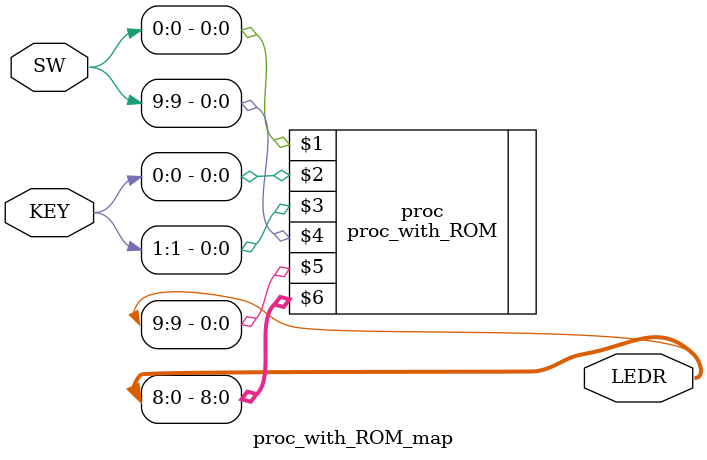
<source format=v>
module proc_with_ROM_map(
	input [9:0] SW,
	input [1:0] KEY,
	output [9:0] LEDR);
	
	proc_with_ROM proc(SW[0], KEY[0], KEY[1], SW[9], LEDR[9], LEDR[8:0]);

endmodule
</source>
